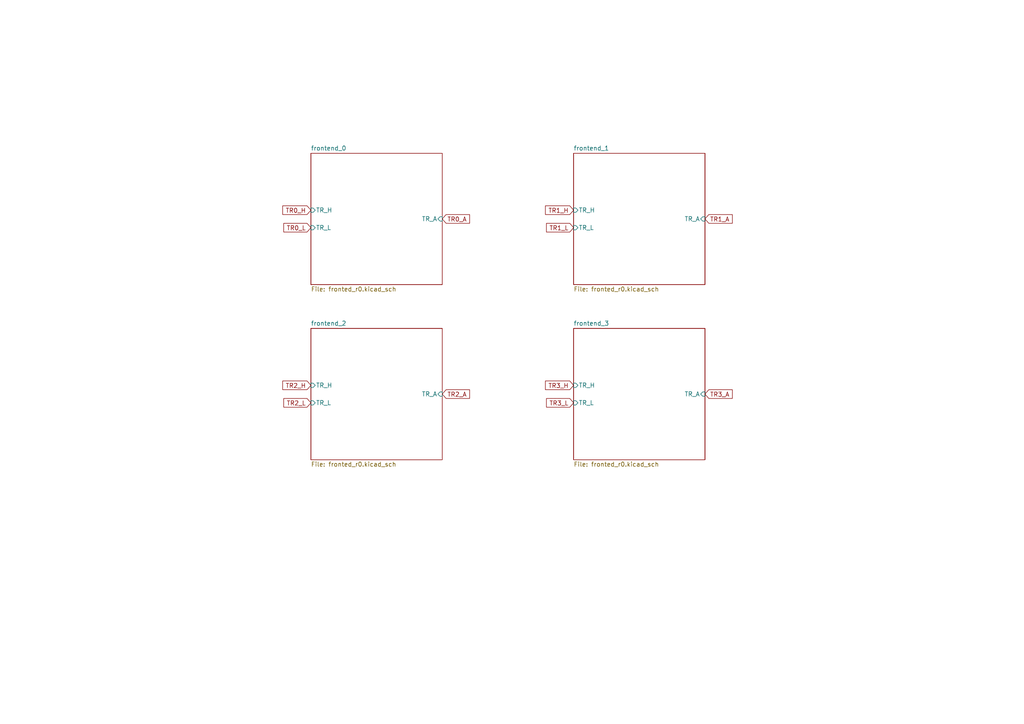
<source format=kicad_sch>
(kicad_sch
	(version 20231120)
	(generator "eeschema")
	(generator_version "8.0")
	(uuid "570bafc2-fec8-454b-8dfa-95630a4a3560")
	(paper "A4")
	(lib_symbols)
	(global_label "TR2_A"
		(shape input)
		(at 128.27 114.3 0)
		(fields_autoplaced yes)
		(effects
			(font
				(size 1.27 1.27)
			)
			(justify left)
		)
		(uuid "13e9aac3-76ed-4631-b0a1-ee011bce3d19")
		(property "Intersheetrefs" "${INTERSHEET_REFS}"
			(at 136.7585 114.3 0)
			(effects
				(font
					(size 1.27 1.27)
				)
				(justify left)
				(hide yes)
			)
		)
	)
	(global_label "TR1_L"
		(shape input)
		(at 166.37 66.04 180)
		(fields_autoplaced yes)
		(effects
			(font
				(size 1.27 1.27)
			)
			(justify right)
		)
		(uuid "2f1ec5d8-061c-4cdf-9bae-1a02877522a3")
		(property "Intersheetrefs" "${INTERSHEET_REFS}"
			(at 157.942 66.04 0)
			(effects
				(font
					(size 1.27 1.27)
				)
				(justify right)
				(hide yes)
			)
		)
	)
	(global_label "TR0_A"
		(shape input)
		(at 128.27 63.5 0)
		(fields_autoplaced yes)
		(effects
			(font
				(size 1.27 1.27)
			)
			(justify left)
		)
		(uuid "37642349-451c-41e5-add8-79b2c6c87d88")
		(property "Intersheetrefs" "${INTERSHEET_REFS}"
			(at 136.7585 63.5 0)
			(effects
				(font
					(size 1.27 1.27)
				)
				(justify left)
				(hide yes)
			)
		)
	)
	(global_label "TR3_L"
		(shape input)
		(at 166.37 116.84 180)
		(fields_autoplaced yes)
		(effects
			(font
				(size 1.27 1.27)
			)
			(justify right)
		)
		(uuid "592f8f9c-7c87-40e8-9a9d-29f544bbfa1f")
		(property "Intersheetrefs" "${INTERSHEET_REFS}"
			(at 157.942 116.84 0)
			(effects
				(font
					(size 1.27 1.27)
				)
				(justify right)
				(hide yes)
			)
		)
	)
	(global_label "TR2_L"
		(shape input)
		(at 90.17 116.84 180)
		(fields_autoplaced yes)
		(effects
			(font
				(size 1.27 1.27)
			)
			(justify right)
		)
		(uuid "70d27cc0-95db-4dee-b7a1-98463c0ba366")
		(property "Intersheetrefs" "${INTERSHEET_REFS}"
			(at 81.742 116.84 0)
			(effects
				(font
					(size 1.27 1.27)
				)
				(justify right)
				(hide yes)
			)
		)
	)
	(global_label "TR0_L"
		(shape input)
		(at 90.17 66.04 180)
		(fields_autoplaced yes)
		(effects
			(font
				(size 1.27 1.27)
			)
			(justify right)
		)
		(uuid "90366ab8-a72f-4af9-ae1c-54636170028e")
		(property "Intersheetrefs" "${INTERSHEET_REFS}"
			(at 81.742 66.04 0)
			(effects
				(font
					(size 1.27 1.27)
				)
				(justify right)
				(hide yes)
			)
		)
	)
	(global_label "TR2_H"
		(shape input)
		(at 90.17 111.76 180)
		(fields_autoplaced yes)
		(effects
			(font
				(size 1.27 1.27)
			)
			(justify right)
		)
		(uuid "9788d3d5-d970-4f58-814d-196f32a52af1")
		(property "Intersheetrefs" "${INTERSHEET_REFS}"
			(at 81.4396 111.76 0)
			(effects
				(font
					(size 1.27 1.27)
				)
				(justify right)
				(hide yes)
			)
		)
	)
	(global_label "TR0_H"
		(shape input)
		(at 90.17 60.96 180)
		(fields_autoplaced yes)
		(effects
			(font
				(size 1.27 1.27)
			)
			(justify right)
		)
		(uuid "9dc0d6ef-5c05-44cb-996d-f61f77677d32")
		(property "Intersheetrefs" "${INTERSHEET_REFS}"
			(at 81.4396 60.96 0)
			(effects
				(font
					(size 1.27 1.27)
				)
				(justify right)
				(hide yes)
			)
		)
	)
	(global_label "TR1_A"
		(shape input)
		(at 204.47 63.5 0)
		(fields_autoplaced yes)
		(effects
			(font
				(size 1.27 1.27)
			)
			(justify left)
		)
		(uuid "b7871c8a-9775-4e6d-a952-9ba415125115")
		(property "Intersheetrefs" "${INTERSHEET_REFS}"
			(at 212.9585 63.5 0)
			(effects
				(font
					(size 1.27 1.27)
				)
				(justify left)
				(hide yes)
			)
		)
	)
	(global_label "TR3_H"
		(shape input)
		(at 166.37 111.76 180)
		(fields_autoplaced yes)
		(effects
			(font
				(size 1.27 1.27)
			)
			(justify right)
		)
		(uuid "d8d5b687-31b8-4d75-a83d-fe046474996e")
		(property "Intersheetrefs" "${INTERSHEET_REFS}"
			(at 157.6396 111.76 0)
			(effects
				(font
					(size 1.27 1.27)
				)
				(justify right)
				(hide yes)
			)
		)
	)
	(global_label "TR1_H"
		(shape input)
		(at 166.37 60.96 180)
		(fields_autoplaced yes)
		(effects
			(font
				(size 1.27 1.27)
			)
			(justify right)
		)
		(uuid "f9338d6f-1e4d-47dc-b3d7-1f75d8c1a209")
		(property "Intersheetrefs" "${INTERSHEET_REFS}"
			(at 157.6396 60.96 0)
			(effects
				(font
					(size 1.27 1.27)
				)
				(justify right)
				(hide yes)
			)
		)
	)
	(global_label "TR3_A"
		(shape input)
		(at 204.47 114.3 0)
		(fields_autoplaced yes)
		(effects
			(font
				(size 1.27 1.27)
			)
			(justify left)
		)
		(uuid "ffa47e59-5695-4a02-bb83-b0c22fef9e00")
		(property "Intersheetrefs" "${INTERSHEET_REFS}"
			(at 212.9585 114.3 0)
			(effects
				(font
					(size 1.27 1.27)
				)
				(justify left)
				(hide yes)
			)
		)
	)
	(sheet
		(at 90.17 95.25)
		(size 38.1 38.1)
		(fields_autoplaced yes)
		(stroke
			(width 0.1524)
			(type solid)
		)
		(fill
			(color 0 0 0 0.0000)
		)
		(uuid "422f9ebe-8558-466a-9879-3a59995f2519")
		(property "Sheetname" "frontend_2"
			(at 90.17 94.5384 0)
			(effects
				(font
					(size 1.27 1.27)
				)
				(justify left bottom)
			)
		)
		(property "Sheetfile" "fronted_r0.kicad_sch"
			(at 90.17 133.9346 0)
			(effects
				(font
					(size 1.27 1.27)
				)
				(justify left top)
			)
		)
		(pin "TR_L" input
			(at 90.17 116.84 180)
			(effects
				(font
					(size 1.27 1.27)
				)
				(justify left)
			)
			(uuid "77082a27-32d5-4d57-b8d6-a0b0620a047e")
		)
		(pin "TR_H" input
			(at 90.17 111.76 180)
			(effects
				(font
					(size 1.27 1.27)
				)
				(justify left)
			)
			(uuid "beb7e091-5dac-4e1a-9eb7-cef7dd35884a")
		)
		(pin "TR_A" input
			(at 128.27 114.3 0)
			(effects
				(font
					(size 1.27 1.27)
				)
				(justify right)
			)
			(uuid "54ccc2e0-a6d1-4974-b748-a1f613329107")
		)
		(instances
			(project "USAN_r0"
				(path "/0f677b42-33fc-4e36-b558-bcfb4727c7bd/712614f0-381f-4cb8-aee0-a9bbe2c6825c"
					(page "9")
				)
			)
		)
	)
	(sheet
		(at 166.37 95.25)
		(size 38.1 38.1)
		(fields_autoplaced yes)
		(stroke
			(width 0.1524)
			(type solid)
		)
		(fill
			(color 0 0 0 0.0000)
		)
		(uuid "5f9fcc8f-4290-41e4-a415-c65fecae3e15")
		(property "Sheetname" "frontend_3"
			(at 166.37 94.5384 0)
			(effects
				(font
					(size 1.27 1.27)
				)
				(justify left bottom)
			)
		)
		(property "Sheetfile" "fronted_r0.kicad_sch"
			(at 166.37 133.9346 0)
			(effects
				(font
					(size 1.27 1.27)
				)
				(justify left top)
			)
		)
		(pin "TR_L" input
			(at 166.37 116.84 180)
			(effects
				(font
					(size 1.27 1.27)
				)
				(justify left)
			)
			(uuid "96ac2533-1883-402f-bb5e-1ee597bb97b6")
		)
		(pin "TR_H" input
			(at 166.37 111.76 180)
			(effects
				(font
					(size 1.27 1.27)
				)
				(justify left)
			)
			(uuid "6a838a34-3cce-4ee6-ab7a-1d4c5141cc55")
		)
		(pin "TR_A" input
			(at 204.47 114.3 0)
			(effects
				(font
					(size 1.27 1.27)
				)
				(justify right)
			)
			(uuid "8d456e9f-6bbd-451f-924e-7ffff6ffdbfe")
		)
		(instances
			(project "USAN_r0"
				(path "/0f677b42-33fc-4e36-b558-bcfb4727c7bd/712614f0-381f-4cb8-aee0-a9bbe2c6825c"
					(page "10")
				)
			)
		)
	)
	(sheet
		(at 166.37 44.45)
		(size 38.1 38.1)
		(fields_autoplaced yes)
		(stroke
			(width 0.1524)
			(type solid)
		)
		(fill
			(color 0 0 0 0.0000)
		)
		(uuid "6b11c0af-c8af-4469-8be8-80c6974b14eb")
		(property "Sheetname" "frontend_1"
			(at 166.37 43.7384 0)
			(effects
				(font
					(size 1.27 1.27)
				)
				(justify left bottom)
			)
		)
		(property "Sheetfile" "fronted_r0.kicad_sch"
			(at 166.37 83.1346 0)
			(effects
				(font
					(size 1.27 1.27)
				)
				(justify left top)
			)
		)
		(pin "TR_L" input
			(at 166.37 66.04 180)
			(effects
				(font
					(size 1.27 1.27)
				)
				(justify left)
			)
			(uuid "600216cc-5c97-4632-8107-a0cb122e5458")
		)
		(pin "TR_H" input
			(at 166.37 60.96 180)
			(effects
				(font
					(size 1.27 1.27)
				)
				(justify left)
			)
			(uuid "4ba6c06e-0d50-4ba5-99ac-1a95ba06d524")
		)
		(pin "TR_A" input
			(at 204.47 63.5 0)
			(effects
				(font
					(size 1.27 1.27)
				)
				(justify right)
			)
			(uuid "baea69c6-a5ae-4b41-83b4-33bd0d848def")
		)
		(instances
			(project "USAN_r0"
				(path "/0f677b42-33fc-4e36-b558-bcfb4727c7bd/712614f0-381f-4cb8-aee0-a9bbe2c6825c"
					(page "8")
				)
			)
		)
	)
	(sheet
		(at 90.17 44.45)
		(size 38.1 38.1)
		(fields_autoplaced yes)
		(stroke
			(width 0.1524)
			(type solid)
		)
		(fill
			(color 0 0 0 0.0000)
		)
		(uuid "772af69f-3e8b-404d-bdb9-ee08bdc2c858")
		(property "Sheetname" "frontend_0"
			(at 90.17 43.7384 0)
			(effects
				(font
					(size 1.27 1.27)
				)
				(justify left bottom)
			)
		)
		(property "Sheetfile" "fronted_r0.kicad_sch"
			(at 90.17 83.1346 0)
			(effects
				(font
					(size 1.27 1.27)
				)
				(justify left top)
			)
		)
		(pin "TR_L" input
			(at 90.17 66.04 180)
			(effects
				(font
					(size 1.27 1.27)
				)
				(justify left)
			)
			(uuid "531ab3f9-1bb7-4c0f-bfe5-63e419990dbe")
		)
		(pin "TR_H" input
			(at 90.17 60.96 180)
			(effects
				(font
					(size 1.27 1.27)
				)
				(justify left)
			)
			(uuid "12707497-a811-4525-ac58-aedb0ac2f319")
		)
		(pin "TR_A" input
			(at 128.27 63.5 0)
			(effects
				(font
					(size 1.27 1.27)
				)
				(justify right)
			)
			(uuid "87c72d7c-d438-4e09-a15b-c459417a92ab")
		)
		(instances
			(project "USAN_r0"
				(path "/0f677b42-33fc-4e36-b558-bcfb4727c7bd/712614f0-381f-4cb8-aee0-a9bbe2c6825c"
					(page "7")
				)
			)
		)
	)
)

</source>
